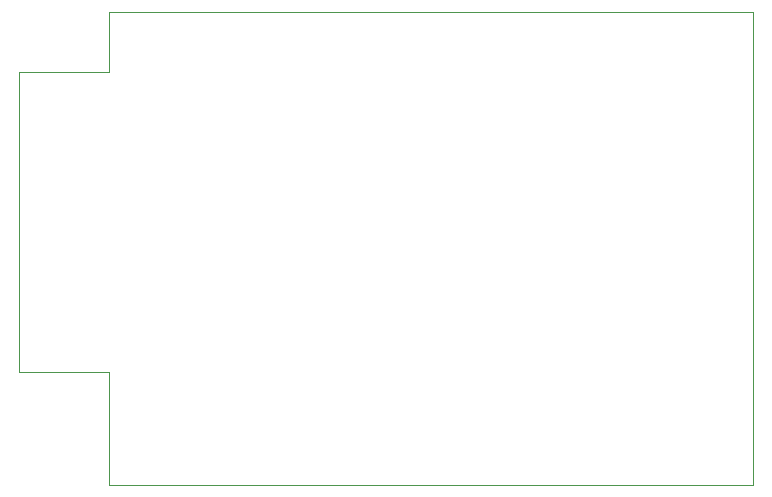
<source format=gbr>
%TF.GenerationSoftware,KiCad,Pcbnew,8.0.4*%
%TF.CreationDate,2024-08-21T15:33:42+10:00*%
%TF.ProjectId,micromod-reset,6d696372-6f6d-46f6-942d-72657365742e,rev?*%
%TF.SameCoordinates,Original*%
%TF.FileFunction,Profile,NP*%
%FSLAX46Y46*%
G04 Gerber Fmt 4.6, Leading zero omitted, Abs format (unit mm)*
G04 Created by KiCad (PCBNEW 8.0.4) date 2024-08-21 15:33:42*
%MOMM*%
%LPD*%
G01*
G04 APERTURE LIST*
%TA.AperFunction,Profile*%
%ADD10C,0.100000*%
%TD*%
G04 APERTURE END LIST*
D10*
X112940000Y-79065000D02*
X112940000Y-88590000D01*
X105320000Y-79065000D02*
X112940000Y-79065000D01*
X167500000Y-88590000D02*
X167500000Y-48585000D01*
X105320000Y-53665000D02*
X105320000Y-79065000D01*
X112940000Y-48585000D02*
X112940000Y-53665000D01*
X167500000Y-48585000D02*
X112940000Y-48585000D01*
X112940000Y-88590000D02*
X167500000Y-88590000D01*
X112940000Y-53665000D02*
X105320000Y-53665000D01*
M02*

</source>
